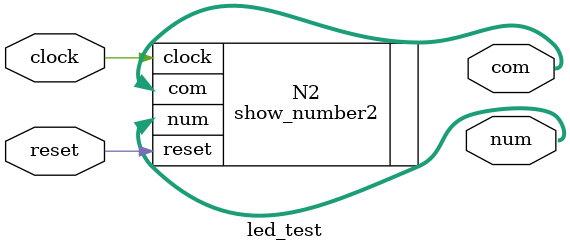
<source format=v>
module led_test(clock,reset,num,com);

input clock,reset;
output [7:0] num;
output [3:0] com;

//show_number N1 (.clock(clock),.reset(reset),.num(num),.com(com));
show_number2 N2 (.clock(clock),.reset(reset),.num(num),.com(com));

endmodule
</source>
